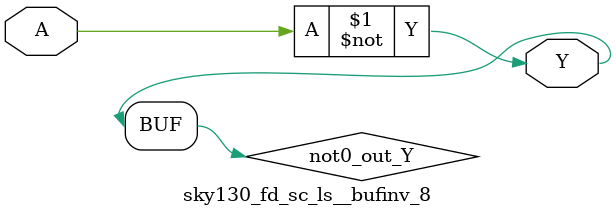
<source format=v>
/*
 * Copyright 2020 The SkyWater PDK Authors
 *
 * Licensed under the Apache License, Version 2.0 (the "License");
 * you may not use this file except in compliance with the License.
 * You may obtain a copy of the License at
 *
 *     https://www.apache.org/licenses/LICENSE-2.0
 *
 * Unless required by applicable law or agreed to in writing, software
 * distributed under the License is distributed on an "AS IS" BASIS,
 * WITHOUT WARRANTIES OR CONDITIONS OF ANY KIND, either express or implied.
 * See the License for the specific language governing permissions and
 * limitations under the License.
 *
 * SPDX-License-Identifier: Apache-2.0
*/


`ifndef SKY130_FD_SC_LS__BUFINV_8_FUNCTIONAL_V
`define SKY130_FD_SC_LS__BUFINV_8_FUNCTIONAL_V

/**
 * bufinv: Buffer followed by inverter.
 *
 * Verilog simulation functional model.
 */

`timescale 1ns / 1ps
`default_nettype none

`celldefine
module sky130_fd_sc_ls__bufinv_8 (
    Y,
    A
);

    // Module ports
    output Y;
    input  A;

    // Local signals
    wire not0_out_Y;

    //  Name  Output      Other arguments
    not not0 (not0_out_Y, A              );
    buf buf0 (Y         , not0_out_Y     );

endmodule
`endcelldefine

`default_nettype wire
`endif  // SKY130_FD_SC_LS__BUFINV_8_FUNCTIONAL_V

</source>
